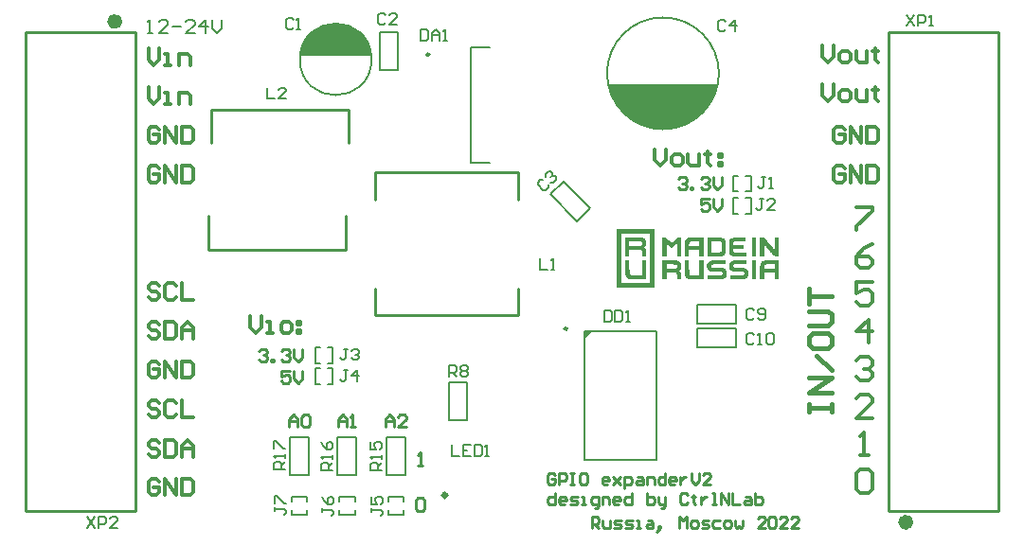
<source format=gto>
G04*
G04 #@! TF.GenerationSoftware,Altium Limited,Altium Designer,21.7.2 (23)*
G04*
G04 Layer_Color=65535*
%FSLAX44Y44*%
%MOMM*%
G71*
G04*
G04 #@! TF.SameCoordinates,E4638E92-537D-4F49-80B5-2F4EAB31F582*
G04*
G04*
G04 #@! TF.FilePolarity,Positive*
G04*
G01*
G75*
%ADD10C,0.2500*%
%ADD11C,0.4500*%
%ADD12C,0.2000*%
%ADD13C,0.8000*%
%ADD14C,0.2540*%
%ADD15C,0.3500*%
%ADD16C,0.3200*%
%ADD17C,0.2200*%
%ADD18C,0.3000*%
%ADD19C,0.4000*%
%ADD20C,0.1800*%
G36*
X804500Y928000D02*
X740500D01*
X742000Y935250D01*
X746000Y943250D01*
X751750Y949500D01*
X757500Y953250D01*
X765000Y956000D01*
X772500Y957000D01*
X779000Y956250D01*
X785750Y954250D01*
X792500Y950000D01*
X797750Y944750D01*
X801500Y938250D01*
X803750Y931750D01*
X804500Y928000D01*
D02*
G37*
G36*
X994500Y681750D02*
X994500Y674550D01*
X1001700Y681750D01*
X994500Y681750D01*
D02*
G37*
G36*
X1016000Y902500D02*
X1114000D01*
X1112500Y896500D01*
X1110000Y890750D01*
X1106500Y884500D01*
X1103000Y880000D01*
X1096750Y873750D01*
X1091000Y869750D01*
X1080750Y864750D01*
X1071500Y862750D01*
X1060500Y862500D01*
X1053250Y863750D01*
X1046750Y865750D01*
X1038750Y869750D01*
X1032250Y874750D01*
X1025500Y881750D01*
X1021000Y889000D01*
X1016500Y899750D01*
X1016000Y902250D01*
Y902500D01*
D02*
G37*
G36*
X1081278Y748773D02*
X1077668D01*
Y754597D01*
Y755463D01*
Y756282D01*
Y756955D01*
Y757581D01*
Y758062D01*
Y758447D01*
Y758640D01*
Y758736D01*
Y759314D01*
Y759747D01*
Y760036D01*
Y760276D01*
X1077620Y760373D01*
Y760421D01*
Y760469D01*
X1077572Y760421D01*
X1077524Y760373D01*
X1077283Y760132D01*
X1077043Y759892D01*
X1076994Y759843D01*
X1076946Y759795D01*
X1076417Y759314D01*
X1075887Y758784D01*
X1075647Y758592D01*
X1075454Y758399D01*
X1075358Y758303D01*
X1075310Y758255D01*
X1074636Y757629D01*
X1074107Y757148D01*
X1073914Y756955D01*
X1073770Y756811D01*
X1073673Y756763D01*
X1073625Y756715D01*
X1073384Y756522D01*
X1073240Y756378D01*
X1072999Y756185D01*
X1072903Y756089D01*
X1072855Y756137D01*
X1072807Y756185D01*
X1072566Y756426D01*
X1072277Y756618D01*
X1072229Y756667D01*
X1072181Y756715D01*
X1071652Y757244D01*
X1071122Y757726D01*
X1070882Y757918D01*
X1070689Y758111D01*
X1070593Y758207D01*
X1070545Y758255D01*
X1068186Y760469D01*
X1068138Y754597D01*
Y748773D01*
X1064528D01*
Y757196D01*
Y765667D01*
X1065683Y765619D01*
X1066164Y765571D01*
X1066501D01*
X1066694Y765523D01*
X1066983D01*
X1067175Y765475D01*
X1067272Y765427D01*
X1067320D01*
X1067801Y765234D01*
X1068186Y764994D01*
X1068475Y764801D01*
X1068523Y764753D01*
X1068571Y764705D01*
X1068860Y764464D01*
X1069293Y764079D01*
X1069774Y763646D01*
X1070304Y763165D01*
X1070785Y762683D01*
X1071170Y762346D01*
X1071459Y762057D01*
X1071507Y762009D01*
X1071555Y761961D01*
X1071892Y761576D01*
X1072181Y761287D01*
X1072374Y761095D01*
X1072470Y761047D01*
X1072711Y760854D01*
X1072855Y760758D01*
X1072903Y760710D01*
X1072951Y760758D01*
X1073047Y760806D01*
X1073240Y760999D01*
X1073481Y761191D01*
X1073529Y761287D01*
X1073577D01*
X1074058Y761769D01*
X1074540Y762202D01*
X1074780Y762394D01*
X1074925Y762539D01*
X1075021Y762635D01*
X1075069Y762683D01*
X1075647Y763261D01*
X1076128Y763694D01*
X1076321Y763886D01*
X1076465Y764031D01*
X1076561Y764079D01*
X1076609Y764127D01*
X1076850Y764368D01*
X1077091Y764560D01*
X1077380Y764801D01*
X1077524Y764897D01*
X1077572Y764945D01*
X1077957Y765186D01*
X1078294Y765331D01*
X1078487Y765427D01*
X1078583D01*
X1079064Y765523D01*
X1079546Y765571D01*
X1079786Y765619D01*
X1080123D01*
X1081278Y765667D01*
Y748773D01*
D02*
G37*
G36*
X1153093Y765619D02*
X1153478D01*
X1153815Y765571D01*
X1154103D01*
X1154344Y765523D01*
X1154489D01*
X1154633Y765475D01*
X1154729D01*
X1155114Y765379D01*
X1155499Y765234D01*
X1155740Y765138D01*
X1155788Y765090D01*
X1155836D01*
X1156077Y764897D01*
X1156366Y764705D01*
X1156847Y764223D01*
X1157088Y763983D01*
X1157280Y763838D01*
X1157377Y763694D01*
X1157425Y763646D01*
X1157617Y763405D01*
X1157858Y763165D01*
X1158436Y762491D01*
X1159061Y761721D01*
X1159735Y760902D01*
X1160313Y760180D01*
X1160602Y759843D01*
X1160794Y759555D01*
X1160986Y759314D01*
X1161131Y759121D01*
X1161227Y759025D01*
X1161275Y758977D01*
X1161805Y758303D01*
X1162286Y757726D01*
X1162719Y757196D01*
X1163104Y756715D01*
X1163393Y756378D01*
X1163586Y756089D01*
X1163730Y755897D01*
X1163778Y755848D01*
X1164115Y755415D01*
X1164404Y755078D01*
X1164596Y754886D01*
X1164741Y754693D01*
X1164837Y754597D01*
X1164885Y754549D01*
Y754597D01*
X1164933Y754741D01*
Y754934D01*
Y755174D01*
Y755415D01*
Y755656D01*
Y755800D01*
Y755848D01*
Y756426D01*
Y757100D01*
Y757774D01*
Y758447D01*
Y759073D01*
Y759603D01*
Y759747D01*
Y759892D01*
Y759988D01*
Y760036D01*
Y765619D01*
X1168543D01*
Y748773D01*
X1167196D01*
X1166714Y748821D01*
X1166281D01*
X1165848Y748917D01*
X1165511Y748965D01*
X1165319Y749062D01*
X1165222D01*
X1164837Y749206D01*
X1164500Y749398D01*
X1164260Y749543D01*
X1164211Y749591D01*
X1164163D01*
X1163778Y749880D01*
X1163441Y750169D01*
X1163249Y750361D01*
X1163152Y750457D01*
X1163056Y750602D01*
X1162864Y750843D01*
X1162623Y751083D01*
X1162382Y751372D01*
X1162142Y751661D01*
X1161949Y751901D01*
X1161805Y752094D01*
X1161757Y752142D01*
X1160842Y753249D01*
X1160409Y753827D01*
X1160024Y754308D01*
X1159639Y754741D01*
X1159350Y755126D01*
X1159157Y755319D01*
X1159109Y755415D01*
X1158580Y756089D01*
X1158099Y756667D01*
X1157665Y757196D01*
X1157280Y757677D01*
X1156992Y758014D01*
X1156751Y758303D01*
X1156606Y758496D01*
X1156558Y758544D01*
X1156221Y758977D01*
X1155933Y759314D01*
X1155740Y759555D01*
X1155596Y759747D01*
X1155547Y759843D01*
X1155499Y759892D01*
X1155451D01*
Y759843D01*
Y759651D01*
Y759410D01*
Y759121D01*
X1155403Y758833D01*
Y758592D01*
Y758399D01*
Y758351D01*
Y757726D01*
Y757052D01*
Y756378D01*
Y755752D01*
Y755223D01*
Y754741D01*
Y754453D01*
Y754404D01*
Y754356D01*
Y748773D01*
X1151793D01*
Y757196D01*
Y765667D01*
X1153093Y765619D01*
D02*
G37*
G36*
X1148327Y748773D02*
X1144573D01*
Y757196D01*
Y765619D01*
X1148327D01*
Y748773D01*
D02*
G37*
G36*
X1138797Y762106D02*
X1133839Y762057D01*
X1130326D01*
X1129941Y762009D01*
X1129074D01*
X1128786Y761961D01*
X1128641Y761913D01*
X1128593D01*
X1128400Y761769D01*
X1128352Y761721D01*
X1128304D01*
X1128208Y761672D01*
X1128160Y761624D01*
X1128064Y761432D01*
X1127967Y761239D01*
X1127919Y761047D01*
X1127871Y760950D01*
X1127823Y760565D01*
X1127775Y760228D01*
Y759940D01*
Y759892D01*
Y759843D01*
Y759073D01*
X1136968D01*
Y755559D01*
X1127775D01*
Y754501D01*
X1127823Y754067D01*
Y753730D01*
Y753586D01*
Y753538D01*
X1127919Y753249D01*
X1128015Y753153D01*
Y753105D01*
X1128112Y752960D01*
X1128208Y752864D01*
X1128256Y752768D01*
X1128449Y752623D01*
X1128497Y752575D01*
X1128545Y752527D01*
X1128930Y752383D01*
X1139375Y752335D01*
Y748773D01*
X1133888Y748821D01*
X1128882D01*
X1128593Y748869D01*
X1128352D01*
X1128112Y748917D01*
X1127967D01*
X1127871Y748965D01*
X1127775D01*
X1127149Y749110D01*
X1126620Y749302D01*
X1126186Y749543D01*
X1125801Y749735D01*
X1125512Y749928D01*
X1125320Y750072D01*
X1125224Y750169D01*
X1125176Y750217D01*
X1124887Y750602D01*
X1124646Y751035D01*
X1124357Y751950D01*
X1124261Y752335D01*
X1124165Y752720D01*
X1124117Y752912D01*
Y753008D01*
Y753105D01*
X1124069Y753297D01*
Y753827D01*
X1124020Y754067D01*
Y754260D01*
Y754404D01*
Y754453D01*
Y755415D01*
Y755897D01*
Y756330D01*
Y756715D01*
Y757003D01*
Y757196D01*
Y757244D01*
Y758255D01*
Y759073D01*
Y759699D01*
X1124069Y760228D01*
Y760613D01*
Y760854D01*
Y760999D01*
Y761047D01*
X1124165Y761721D01*
X1124261Y762250D01*
X1124309Y762442D01*
X1124357Y762587D01*
X1124405Y762683D01*
Y762731D01*
X1124550Y763165D01*
X1124742Y763550D01*
X1124983Y763886D01*
X1125176Y764175D01*
X1125368Y764368D01*
X1125561Y764512D01*
X1125657Y764609D01*
X1125705Y764657D01*
X1126138Y764897D01*
X1126571Y765090D01*
X1127486Y765379D01*
X1127871Y765475D01*
X1128208Y765523D01*
X1128400Y765571D01*
X1130326D01*
X1131577Y765619D01*
X1138797D01*
Y762106D01*
D02*
G37*
G36*
X1113768Y765571D02*
X1116560D01*
X1117330Y765475D01*
X1118004Y765331D01*
X1118581Y765138D01*
X1119063Y764946D01*
X1119400Y764753D01*
X1119640Y764560D01*
X1119785Y764464D01*
X1119833Y764416D01*
X1120170Y764031D01*
X1120459Y763550D01*
X1120651Y763068D01*
X1120844Y762539D01*
X1120940Y762106D01*
X1121036Y761721D01*
X1121084Y761480D01*
Y761432D01*
Y761384D01*
Y761239D01*
Y761047D01*
Y760758D01*
X1121132Y760469D01*
Y759795D01*
Y759073D01*
Y758351D01*
Y757774D01*
Y757533D01*
Y757340D01*
Y757244D01*
Y757196D01*
Y756570D01*
Y755993D01*
Y755511D01*
Y755030D01*
Y754645D01*
Y754308D01*
Y754019D01*
Y753779D01*
X1121084Y753442D01*
Y753201D01*
Y753105D01*
Y753057D01*
X1120988Y752431D01*
X1120844Y751901D01*
X1120651Y751420D01*
X1120507Y751083D01*
X1120314Y750746D01*
X1120218Y750554D01*
X1120122Y750409D01*
X1120073Y750361D01*
X1119785Y750024D01*
X1119448Y749784D01*
X1118726Y749350D01*
X1118389Y749254D01*
X1118148Y749158D01*
X1117956Y749062D01*
X1117907D01*
X1117571Y749013D01*
X1117234Y748965D01*
X1116512Y748869D01*
X1116175D01*
X1115934Y748821D01*
X1115068D01*
X1114249Y748773D01*
X1104815D01*
Y757196D01*
Y765619D01*
X1113287D01*
X1113768Y765571D01*
D02*
G37*
G36*
X1101398Y748773D02*
X1097595D01*
Y754404D01*
X1088402Y754404D01*
Y748773D01*
X1084648D01*
Y754741D01*
Y755752D01*
Y756618D01*
Y757437D01*
Y758062D01*
Y758592D01*
Y758977D01*
Y759218D01*
Y759314D01*
Y759940D01*
X1084696Y760373D01*
Y760758D01*
Y760999D01*
Y761191D01*
Y761336D01*
Y761384D01*
X1084840Y762106D01*
X1084985Y762731D01*
X1085177Y763261D01*
X1085418Y763694D01*
X1085610Y763983D01*
X1085803Y764223D01*
X1085899Y764368D01*
X1085947Y764416D01*
X1086380Y764753D01*
X1086862Y764994D01*
X1087391Y765186D01*
X1087921Y765379D01*
X1088402Y765475D01*
X1088787Y765523D01*
X1089028Y765571D01*
X1091242D01*
X1092734Y765619D01*
X1101398Y765619D01*
Y748773D01*
D02*
G37*
G36*
Y728268D02*
X1090760Y728268D01*
X1090279Y728316D01*
X1089220D01*
X1088546Y728412D01*
X1087921Y728557D01*
X1087391Y728701D01*
X1086958Y728894D01*
X1086621Y729038D01*
X1086380Y729135D01*
X1086236Y729231D01*
X1086188Y729279D01*
X1085851Y729616D01*
X1085562Y730001D01*
X1085322Y730386D01*
X1085129Y730771D01*
X1084985Y731108D01*
X1084888Y731397D01*
X1084840Y731637D01*
Y731685D01*
X1084792Y732119D01*
X1084744Y732600D01*
X1084696Y732793D01*
Y732985D01*
Y733081D01*
Y733130D01*
Y733370D01*
Y733659D01*
Y733996D01*
Y734429D01*
Y735344D01*
Y736306D01*
X1084648Y737221D01*
Y737606D01*
Y737991D01*
Y738280D01*
Y738520D01*
Y738665D01*
Y738713D01*
Y745115D01*
X1088402D01*
Y739194D01*
Y738280D01*
Y737510D01*
X1088450Y736788D01*
Y736162D01*
Y735632D01*
Y735151D01*
Y734766D01*
Y734429D01*
X1088498Y734140D01*
Y733900D01*
Y733755D01*
Y733611D01*
Y733466D01*
Y733418D01*
X1088595Y732937D01*
X1088739Y732552D01*
X1088931Y732359D01*
X1088980Y732263D01*
X1089268Y732071D01*
X1089605Y731974D01*
X1089798Y731878D01*
X1090231D01*
X1090712Y731830D01*
X1093697D01*
X1097595Y731782D01*
Y745115D01*
X1101398D01*
Y728268D01*
D02*
G37*
G36*
X1168543D02*
X1164789D01*
Y733900D01*
X1155547D01*
Y728268D01*
X1151793D01*
Y733996D01*
Y734911D01*
Y735777D01*
Y736547D01*
Y737173D01*
Y737654D01*
Y738039D01*
Y738280D01*
Y738376D01*
Y739002D01*
X1151841Y739483D01*
Y739820D01*
Y740109D01*
Y740301D01*
Y740398D01*
Y740494D01*
X1151986Y741312D01*
X1152178Y741986D01*
X1152371Y742564D01*
X1152611Y743045D01*
X1152804Y743382D01*
X1152996Y743623D01*
X1153093Y743767D01*
X1153141Y743815D01*
X1153574Y744152D01*
X1154055Y744441D01*
X1154585Y744633D01*
X1155114Y744778D01*
X1155596Y744922D01*
X1156029Y744970D01*
X1156270Y745018D01*
X1156558D01*
X1156847Y745067D01*
X1160794D01*
X1161468Y745115D01*
X1168543D01*
Y728268D01*
D02*
G37*
G36*
X1148327D02*
X1144573D01*
Y736691D01*
Y745115D01*
X1148327D01*
Y728268D01*
D02*
G37*
G36*
X1139423Y741553D02*
X1128834Y741505D01*
X1128497Y741360D01*
X1128304Y741264D01*
X1128256Y741216D01*
X1128208Y741168D01*
X1128064Y741071D01*
X1128015Y741023D01*
X1127871Y740686D01*
X1127775Y740398D01*
X1127727Y740157D01*
Y740109D01*
Y740061D01*
X1127775Y739724D01*
X1127871Y739483D01*
X1127919Y739291D01*
X1127967Y739242D01*
X1128112Y739098D01*
X1128208Y739050D01*
Y739002D01*
X1128400Y738857D01*
X1128497Y738809D01*
X1128834Y738617D01*
X1133021Y738569D01*
X1136005D01*
X1136342Y738520D01*
X1137161D01*
X1137498Y738472D01*
X1137738Y738424D01*
X1137786D01*
X1138316Y738232D01*
X1138749Y738039D01*
X1139134Y737847D01*
X1139471Y737654D01*
X1139760Y737461D01*
X1139952Y737317D01*
X1140049Y737221D01*
X1140097Y737173D01*
X1140386Y736836D01*
X1140674Y736499D01*
X1141011Y735825D01*
X1141156Y735488D01*
X1141252Y735295D01*
X1141300Y735103D01*
Y735055D01*
X1141348Y734862D01*
X1141396Y734622D01*
X1141444Y734044D01*
Y733803D01*
Y733611D01*
Y733466D01*
Y733418D01*
Y733033D01*
Y732696D01*
X1141396Y732408D01*
Y732215D01*
X1141348Y732022D01*
Y731926D01*
X1141300Y731878D01*
Y731830D01*
X1141011Y731060D01*
X1140867Y730723D01*
X1140674Y730434D01*
X1140530Y730242D01*
X1140386Y730049D01*
X1140338Y729953D01*
X1140289Y729905D01*
X1139760Y729375D01*
X1139182Y729038D01*
X1138942Y728894D01*
X1138797Y728798D01*
X1138653Y728701D01*
X1138605D01*
X1137979Y728509D01*
X1137401Y728412D01*
X1137209D01*
X1137016Y728364D01*
X1136391D01*
X1136054Y728316D01*
X1133743D01*
X1132829Y728268D01*
X1125272D01*
Y731782D01*
X1130855Y731830D01*
X1135669D01*
X1136005Y731878D01*
X1136439D01*
X1136535Y731926D01*
X1136679D01*
X1136872Y732022D01*
X1137016Y732167D01*
X1137161Y732263D01*
X1137209Y732311D01*
X1137401Y732552D01*
X1137546Y732745D01*
X1137642Y732889D01*
Y732937D01*
X1137690Y733370D01*
X1137642Y733755D01*
X1137594Y733996D01*
X1137546Y734092D01*
X1137353Y734477D01*
X1137113Y734718D01*
X1136920Y734814D01*
X1136872Y734862D01*
X1136824D01*
X1136728Y734911D01*
X1136583D01*
X1136294Y734959D01*
X1135572D01*
X1135043Y735007D01*
X1133839D01*
X1133262Y735055D01*
X1129845D01*
X1129363Y735103D01*
X1128641D01*
X1128208Y735151D01*
X1127823Y735199D01*
X1127630Y735247D01*
X1127534D01*
X1127053Y735392D01*
X1126668Y735584D01*
X1126283Y735777D01*
X1125946Y735969D01*
X1125705Y736114D01*
X1125512Y736258D01*
X1125416Y736355D01*
X1125368Y736403D01*
X1124790Y737125D01*
X1124405Y737798D01*
X1124309Y738087D01*
X1124213Y738328D01*
X1124117Y738472D01*
Y738520D01*
X1124069Y738713D01*
X1124020Y738954D01*
X1123972Y739483D01*
Y739724D01*
Y739868D01*
Y740013D01*
Y740061D01*
Y740446D01*
X1124020Y740783D01*
Y741023D01*
X1124069Y741264D01*
Y741408D01*
X1124117Y741505D01*
Y741601D01*
X1124309Y742130D01*
X1124550Y742612D01*
X1124790Y742997D01*
X1125031Y743334D01*
X1125272Y743623D01*
X1125416Y743815D01*
X1125561Y743911D01*
X1125609Y743960D01*
X1126042Y744248D01*
X1126475Y744489D01*
X1126908Y744681D01*
X1127342Y744826D01*
X1127727Y744922D01*
X1128015Y744970D01*
X1128256Y745018D01*
X1128449D01*
X1128689Y745067D01*
X1132155D01*
X1132781Y745115D01*
X1139423D01*
Y741553D01*
D02*
G37*
G36*
X1120747D02*
X1110832D01*
X1110543Y741505D01*
X1109821D01*
X1109532Y741457D01*
X1109292D01*
X1108907Y741360D01*
X1108666Y741264D01*
X1108618Y741216D01*
X1108473Y741071D01*
X1108329Y740927D01*
X1108281Y740783D01*
X1108233Y740735D01*
X1108137Y740494D01*
X1108088Y740301D01*
Y740157D01*
Y740109D01*
X1108137Y739676D01*
X1108233Y739387D01*
X1108329Y739194D01*
X1108377Y739146D01*
X1108618Y738954D01*
X1108907Y738761D01*
X1109099Y738713D01*
X1109195Y738665D01*
X1109292D01*
X1109484Y738617D01*
X1115597D01*
X1115934Y738569D01*
X1117667D01*
X1117811Y738520D01*
X1117956D01*
X1118341Y738472D01*
X1118678Y738376D01*
X1118966Y738280D01*
X1119015Y738232D01*
X1119063D01*
X1119496Y738087D01*
X1119833Y737943D01*
X1120073Y737847D01*
X1120122Y737798D01*
X1120603Y737413D01*
X1120988Y737076D01*
X1121229Y736788D01*
X1121325Y736691D01*
Y736643D01*
X1121662Y736114D01*
X1121902Y735584D01*
X1121999Y735392D01*
X1122047Y735199D01*
X1122095Y735103D01*
Y735055D01*
X1122191Y734574D01*
X1122240Y734044D01*
Y733803D01*
Y733611D01*
Y733466D01*
Y733418D01*
Y732696D01*
X1122191Y732456D01*
Y732215D01*
X1122143Y732022D01*
Y731878D01*
X1122095Y731830D01*
Y731782D01*
X1121902Y731252D01*
X1121710Y730771D01*
X1121469Y730338D01*
X1121229Y730001D01*
X1120988Y729712D01*
X1120796Y729520D01*
X1120651Y729423D01*
X1120603Y729375D01*
X1120170Y729086D01*
X1119688Y728846D01*
X1119207Y728701D01*
X1118774Y728557D01*
X1118389Y728461D01*
X1118052Y728364D01*
X1117859Y728316D01*
X1116608D01*
X1116271Y728268D01*
X1105248D01*
Y731830D01*
X1115308D01*
X1115645Y731878D01*
X1116656D01*
X1117234Y731974D01*
X1117619Y732071D01*
X1117859Y732167D01*
X1117956Y732215D01*
X1118148Y732408D01*
X1118244Y732600D01*
X1118437Y732985D01*
Y733178D01*
X1118485Y733322D01*
Y733418D01*
Y733466D01*
X1118389Y733996D01*
X1118244Y734381D01*
X1118100Y734622D01*
X1118004Y734670D01*
X1117667Y734814D01*
X1117378Y734911D01*
X1117089Y734959D01*
X1116656D01*
X1116415Y735007D01*
X1114731D01*
X1114057Y735055D01*
X1109532D01*
X1109292Y735103D01*
X1108425D01*
X1107848Y735247D01*
X1107318Y735440D01*
X1107126Y735536D01*
X1106933Y735584D01*
X1106837Y735681D01*
X1106789D01*
X1106356Y735921D01*
X1105922Y736258D01*
X1105634Y736547D01*
X1105345Y736836D01*
X1105152Y737125D01*
X1104960Y737365D01*
X1104912Y737510D01*
X1104863Y737558D01*
X1104671Y738039D01*
X1104527Y738569D01*
X1104430Y739050D01*
X1104382Y739483D01*
X1104334Y739916D01*
Y740205D01*
Y740398D01*
Y740494D01*
X1104382Y740927D01*
X1104430Y741264D01*
X1104478Y741505D01*
Y741601D01*
X1104575Y741986D01*
X1104719Y742275D01*
X1104863Y742515D01*
X1104912Y742612D01*
X1105345Y743286D01*
X1105826Y743815D01*
X1106019Y744008D01*
X1106211Y744152D01*
X1106307Y744200D01*
X1106356Y744248D01*
X1107126Y744633D01*
X1107896Y744874D01*
X1108185Y744922D01*
X1108425Y744970D01*
X1108618Y745018D01*
X1108810D01*
X1109051Y745067D01*
X1112805D01*
X1113479Y745115D01*
X1120747D01*
Y741553D01*
D02*
G37*
G36*
X1074973Y745067D02*
X1076417D01*
X1076657Y745018D01*
X1077091D01*
X1077909Y744874D01*
X1078294Y744778D01*
X1078583Y744681D01*
X1078872Y744585D01*
X1079064Y744537D01*
X1079160Y744441D01*
X1079209D01*
X1079786Y744104D01*
X1080171Y743719D01*
X1080460Y743430D01*
X1080556Y743334D01*
Y743286D01*
X1080941Y742708D01*
X1081182Y742178D01*
X1081230Y741938D01*
X1081278Y741745D01*
X1081326Y741649D01*
Y741601D01*
X1081375Y741168D01*
X1081423Y740686D01*
Y740494D01*
Y740301D01*
Y740205D01*
Y740157D01*
Y739531D01*
X1081375Y739050D01*
X1081326Y738761D01*
Y738713D01*
Y738665D01*
X1081134Y738039D01*
X1080941Y737558D01*
X1080797Y737365D01*
X1080749Y737221D01*
X1080653Y737125D01*
Y737076D01*
X1080267Y736595D01*
X1079882Y736306D01*
X1079594Y736114D01*
X1079546Y736066D01*
X1079497D01*
X1079305Y735969D01*
X1079257Y735921D01*
X1079160Y735873D01*
Y735825D01*
X1079209D01*
X1079257Y735777D01*
X1079401Y735729D01*
X1079497Y735681D01*
X1079882Y735488D01*
X1080219Y735247D01*
X1080412Y735055D01*
X1080508Y735007D01*
Y734959D01*
X1080797Y734574D01*
X1080990Y734188D01*
X1081086Y733900D01*
X1081134Y733851D01*
Y733803D01*
X1081182Y733563D01*
X1081230Y733274D01*
Y733033D01*
Y732985D01*
Y732937D01*
Y732696D01*
X1081278Y732408D01*
Y731685D01*
Y731349D01*
Y731060D01*
Y730867D01*
Y730819D01*
X1081326Y728268D01*
X1077572D01*
X1077524Y730434D01*
Y730867D01*
Y731252D01*
Y731589D01*
Y731830D01*
X1077476Y732022D01*
Y732167D01*
Y732263D01*
X1077428Y732600D01*
Y732841D01*
X1077380Y732937D01*
Y732985D01*
X1077235Y733322D01*
X1077091Y733563D01*
X1076946Y733707D01*
X1076898Y733755D01*
X1076657Y733900D01*
X1076369Y733996D01*
X1076128Y734092D01*
X1075887D01*
X1075743Y734140D01*
X1074299D01*
X1073866Y734188D01*
X1068282D01*
Y728268D01*
X1064528D01*
Y736691D01*
Y745115D01*
X1074443D01*
X1074973Y745067D01*
D02*
G37*
G36*
X1057212Y721000D02*
X1024000D01*
Y746944D01*
Y772935D01*
X1057212D01*
Y721000D01*
D02*
G37*
%LPC*%
G36*
X1108570Y762106D02*
Y752335D01*
X1113287D01*
X1113720Y752383D01*
X1115212D01*
X1115549Y752431D01*
X1115886D01*
X1116271Y752527D01*
X1116608Y752623D01*
X1116800Y752768D01*
X1116897Y752816D01*
X1117089Y753153D01*
X1117234Y753442D01*
X1117282Y753682D01*
Y753779D01*
Y753923D01*
Y754116D01*
X1117330Y754549D01*
Y755126D01*
Y755704D01*
Y756282D01*
Y756763D01*
Y756955D01*
Y757052D01*
Y757148D01*
Y757196D01*
Y758014D01*
Y758640D01*
Y759169D01*
Y759555D01*
Y759843D01*
Y759988D01*
Y760084D01*
Y760132D01*
Y760517D01*
X1117282Y760758D01*
X1117234Y760902D01*
Y760950D01*
X1117137Y761191D01*
X1116993Y761384D01*
X1116897Y761480D01*
X1116849Y761528D01*
X1116656Y761721D01*
X1116512Y761817D01*
X1116367Y761913D01*
X1116319D01*
X1116078Y761961D01*
X1115790Y762009D01*
X1115116D01*
X1114634Y762057D01*
X1112276D01*
X1108570Y762106D01*
D02*
G37*
G36*
X1097595Y762057D02*
X1092012Y762057D01*
X1091675Y762009D01*
X1089846D01*
X1089605Y761961D01*
X1089413Y761865D01*
X1089268Y761817D01*
X1089220Y761769D01*
X1089028Y761672D01*
X1088835Y761576D01*
X1088787Y761528D01*
X1088739Y761480D01*
X1088643Y761239D01*
X1088546Y760999D01*
X1088498Y760854D01*
Y760806D01*
Y760662D01*
X1088450Y760421D01*
Y759940D01*
X1088402Y759747D01*
Y759555D01*
Y759410D01*
Y759362D01*
Y757966D01*
X1097595Y757966D01*
Y760036D01*
Y762057D01*
D02*
G37*
G36*
X1164789Y741553D02*
X1159254D01*
X1158965Y741505D01*
X1157425D01*
X1157280Y741457D01*
X1157184D01*
X1156895Y741408D01*
X1156655Y741312D01*
X1156462Y741264D01*
X1156414Y741216D01*
X1156221Y741120D01*
X1156029Y740975D01*
X1155981Y740879D01*
X1155933Y740831D01*
X1155788Y740590D01*
X1155692Y740350D01*
X1155644Y740205D01*
Y740109D01*
Y739916D01*
X1155596Y739724D01*
Y739291D01*
Y739050D01*
Y738857D01*
Y738761D01*
Y738713D01*
Y737413D01*
X1164789D01*
Y739483D01*
Y741553D01*
D02*
G37*
G36*
X1068282Y741553D02*
Y737702D01*
X1075743D01*
X1075936Y737750D01*
X1076272Y737798D01*
X1076417Y737847D01*
X1076465D01*
X1076706Y737943D01*
X1076946Y738087D01*
X1077091Y738184D01*
X1077139Y738232D01*
X1077331Y738472D01*
X1077476Y738665D01*
X1077572Y738809D01*
Y738857D01*
X1077620Y739098D01*
X1077668Y739387D01*
Y739579D01*
Y739628D01*
Y739964D01*
X1077620Y740205D01*
X1077572Y740398D01*
Y740446D01*
X1077476Y740638D01*
X1077331Y740783D01*
X1077187Y740927D01*
X1077139Y740975D01*
X1076946Y741168D01*
X1076754Y741312D01*
X1076609Y741408D01*
X1076465D01*
X1076321Y741457D01*
X1075165D01*
X1074684Y741505D01*
X1072326D01*
X1068282Y741553D01*
D02*
G37*
G36*
X1040606Y769325D02*
X1032520D01*
X1031942Y769277D01*
X1027947D01*
X1027754Y769229D01*
X1027610D01*
Y769133D01*
Y768941D01*
Y768652D01*
Y768363D01*
Y768026D01*
Y767737D01*
Y767545D01*
Y767448D01*
Y766726D01*
Y765956D01*
Y765138D01*
Y764368D01*
X1027562Y763694D01*
Y763116D01*
Y762924D01*
Y762779D01*
Y762683D01*
Y762635D01*
Y761480D01*
Y760228D01*
Y759073D01*
Y757918D01*
Y757437D01*
Y756955D01*
Y756570D01*
Y756185D01*
Y755896D01*
Y755704D01*
Y755559D01*
Y755511D01*
Y753971D01*
Y752479D01*
Y750987D01*
Y749687D01*
Y749110D01*
Y748580D01*
Y748099D01*
Y747666D01*
Y747329D01*
Y747088D01*
Y746944D01*
Y746896D01*
X1027610Y724610D01*
X1053554D01*
Y746944D01*
Y769277D01*
X1040606Y769325D01*
D02*
G37*
%LPD*%
G36*
X1042050Y765571D02*
X1045949D01*
X1046189Y765523D01*
X1046382D01*
X1046526Y765475D01*
X1046622D01*
X1046719Y765427D01*
X1047200Y765282D01*
X1047585Y765090D01*
X1047970Y764897D01*
X1048259Y764705D01*
X1048500Y764560D01*
X1048692Y764416D01*
X1048789Y764320D01*
X1048837Y764272D01*
X1049366Y763646D01*
X1049703Y763020D01*
X1049847Y762731D01*
X1049944Y762491D01*
X1049992Y762346D01*
Y762298D01*
X1050040Y762057D01*
X1050088Y761817D01*
X1050136Y761239D01*
Y760999D01*
Y760806D01*
Y760662D01*
Y760613D01*
Y760228D01*
Y759940D01*
X1050088Y759651D01*
Y759458D01*
X1050040Y759266D01*
Y759169D01*
X1049992Y759073D01*
X1049799Y758496D01*
X1049559Y758014D01*
X1049414Y757822D01*
X1049366Y757677D01*
X1049270Y757629D01*
Y757581D01*
X1048933Y757148D01*
X1048596Y756859D01*
X1048355Y756667D01*
X1048307Y756618D01*
X1048259D01*
X1048018Y756474D01*
X1047970Y756426D01*
X1047922D01*
X1047826Y756378D01*
X1047874D01*
X1047922Y756330D01*
X1048115Y756282D01*
X1048163Y756233D01*
X1048211D01*
X1048452Y756089D01*
X1048692Y755896D01*
X1048885Y755752D01*
X1048933Y755704D01*
X1049174Y755463D01*
X1049366Y755223D01*
X1049462Y755078D01*
X1049510Y755030D01*
X1049703Y754645D01*
X1049799Y754260D01*
X1049847Y753971D01*
Y753923D01*
Y753875D01*
Y753586D01*
X1049896Y753249D01*
Y752816D01*
Y752383D01*
Y751949D01*
Y751613D01*
Y751372D01*
Y751276D01*
Y748773D01*
X1046141D01*
Y751083D01*
Y751613D01*
Y752046D01*
Y752431D01*
Y752672D01*
X1046093Y752864D01*
Y752960D01*
Y753057D01*
Y753345D01*
X1046045Y753538D01*
X1045997Y753634D01*
Y753682D01*
X1045852Y753923D01*
X1045708Y754116D01*
X1045612Y754212D01*
X1045564Y754260D01*
X1045371Y754404D01*
X1045179Y754501D01*
X1045082Y754597D01*
X1043301D01*
X1042724Y754645D01*
X1041424D01*
X1040847Y754693D01*
X1035023D01*
Y748773D01*
X1031172D01*
Y757196D01*
Y765619D01*
X1041376D01*
X1042050Y765571D01*
D02*
G37*
G36*
X1049896Y728268D02*
X1038007D01*
X1037525Y728316D01*
X1036467D01*
X1035744Y728412D01*
X1035167Y728557D01*
X1034589Y728701D01*
X1034156Y728894D01*
X1033819Y729038D01*
X1033530Y729135D01*
X1033386Y729231D01*
X1033338Y729279D01*
X1032953Y729616D01*
X1032616Y729953D01*
X1032327Y730338D01*
X1032086Y730675D01*
X1031894Y731012D01*
X1031798Y731252D01*
X1031749Y731445D01*
X1031701Y731493D01*
X1031509Y732215D01*
X1031364Y732841D01*
X1031316Y733081D01*
X1031268Y733274D01*
Y733418D01*
Y733466D01*
Y733707D01*
Y734044D01*
Y734381D01*
X1031220Y734814D01*
Y735777D01*
Y736788D01*
Y737750D01*
Y738135D01*
Y738520D01*
Y738857D01*
Y739098D01*
Y739242D01*
Y739290D01*
X1031172Y745115D01*
X1035023D01*
Y739435D01*
Y738569D01*
Y737750D01*
X1035071Y737076D01*
Y736451D01*
Y735921D01*
Y735440D01*
Y735055D01*
Y734718D01*
X1035119Y734477D01*
Y734237D01*
Y733948D01*
Y733803D01*
Y733755D01*
X1035263Y733274D01*
X1035456Y732889D01*
X1035648Y732600D01*
X1035744Y732552D01*
Y732504D01*
X1036178Y732167D01*
X1036563Y731974D01*
X1036852Y731926D01*
X1036900Y731878D01*
X1037622D01*
X1037959Y731830D01*
X1041569D01*
X1046141Y731782D01*
Y745115D01*
X1049896D01*
Y728268D01*
D02*
G37*
%LPC*%
G36*
X1035023Y762106D02*
Y758255D01*
X1044986Y758303D01*
X1045419Y758447D01*
X1045660Y758640D01*
X1045804Y758784D01*
X1045900Y758881D01*
X1045949Y758929D01*
X1046093Y759121D01*
X1046237Y759362D01*
X1046286Y759555D01*
X1046334Y759651D01*
X1046382Y759940D01*
Y759988D01*
Y760036D01*
Y760180D01*
Y760373D01*
X1046334Y760517D01*
Y760565D01*
X1046286Y760902D01*
X1046189Y761143D01*
X1046093Y761287D01*
X1046045Y761336D01*
X1045852Y761528D01*
X1045660Y761672D01*
X1045467Y761769D01*
X1045419Y761817D01*
X1044986Y762057D01*
X1035023Y762106D01*
D02*
G37*
%LPD*%
D10*
X979500Y684250D02*
G03*
X979512Y684079I-1238J-171D01*
G01*
X856250Y929400D02*
G03*
X856250Y929400I-1250J0D01*
G01*
X658750Y755000D02*
Y785000D01*
Y755000D02*
X781250D01*
Y785000D01*
X783750Y850000D02*
Y880000D01*
X661250D02*
X783750D01*
X661250Y850000D02*
Y880000D01*
X1283000Y521000D02*
X1364500D01*
X1364500D02*
Y770000D01*
X1364500Y949000D02*
X1364500Y770000D01*
X1266250Y949000D02*
X1283000D01*
X1364500D01*
X1266250Y521000D02*
X1283000D01*
X495500Y949000D02*
X577000D01*
X495500Y700000D02*
Y949000D01*
Y700000D02*
X495500Y521000D01*
X577000D02*
X593750D01*
X495500D02*
X577000D01*
Y949000D02*
X593750D01*
X704013Y663859D02*
X705845Y665692D01*
X709511D01*
X711343Y663859D01*
Y662027D01*
X709511Y660194D01*
X707678D01*
X709511D01*
X711343Y658361D01*
Y656528D01*
X709511Y654696D01*
X705845D01*
X704013Y656528D01*
X715009Y654696D02*
Y656528D01*
X716842D01*
Y654696D01*
X715009D01*
X724173Y663859D02*
X726005Y665692D01*
X729671D01*
X731504Y663859D01*
Y662027D01*
X729671Y660194D01*
X727838D01*
X729671D01*
X731504Y658361D01*
Y656528D01*
X729671Y654696D01*
X726005D01*
X724173Y656528D01*
X735169Y665692D02*
Y658361D01*
X738835Y654696D01*
X742500Y658361D01*
Y665692D01*
X731504Y646496D02*
X724173D01*
Y640998D01*
X727838Y642831D01*
X729671D01*
X731504Y640998D01*
Y637333D01*
X729671Y635500D01*
X726005D01*
X724173Y637333D01*
X735169Y646496D02*
Y639165D01*
X738835Y635500D01*
X742500Y639165D01*
Y646496D01*
X846001Y561291D02*
X849999D01*
X848000D01*
Y573287D01*
X846001Y571287D01*
X844001Y530497D02*
X846001Y532496D01*
X849999D01*
X851999Y530497D01*
Y522499D01*
X849999Y520500D01*
X846001D01*
X844001Y522499D01*
Y530497D01*
X1078763Y817859D02*
X1080595Y819692D01*
X1084261D01*
X1086093Y817859D01*
Y816027D01*
X1084261Y814194D01*
X1082428D01*
X1084261D01*
X1086093Y812361D01*
Y810528D01*
X1084261Y808696D01*
X1080595D01*
X1078763Y810528D01*
X1089759Y808696D02*
Y810528D01*
X1091592D01*
Y808696D01*
X1089759D01*
X1098923Y817859D02*
X1100755Y819692D01*
X1104421D01*
X1106254Y817859D01*
Y816027D01*
X1104421Y814194D01*
X1102588D01*
X1104421D01*
X1106254Y812361D01*
Y810528D01*
X1104421Y808696D01*
X1100755D01*
X1098923Y810528D01*
X1109919Y819692D02*
Y812361D01*
X1113585Y808696D01*
X1117250Y812361D01*
Y819692D01*
X1106254Y800496D02*
X1098923D01*
Y794998D01*
X1102588Y796831D01*
X1104421D01*
X1106254Y794998D01*
Y791333D01*
X1104421Y789500D01*
X1100755D01*
X1098923Y791333D01*
X1109919Y800496D02*
Y793165D01*
X1113585Y789500D01*
X1117250Y793165D01*
Y800496D01*
X731005Y595959D02*
Y603290D01*
X734670Y606956D01*
X738336Y603290D01*
Y595959D01*
Y601458D01*
X731005D01*
X742001Y605123D02*
X743834Y606956D01*
X747500D01*
X749332Y605123D01*
Y597792D01*
X747500Y595959D01*
X743834D01*
X742001Y597792D01*
Y605123D01*
X774991Y595959D02*
Y603290D01*
X778656Y606956D01*
X782322Y603290D01*
Y595959D01*
Y601458D01*
X774991D01*
X785987Y595959D02*
X789653D01*
X787820D01*
Y606956D01*
X785987Y605123D01*
X817144Y595959D02*
Y603290D01*
X820809Y606956D01*
X824475Y603290D01*
Y595959D01*
Y601458D01*
X817144D01*
X835471Y595959D02*
X828140D01*
X835471Y603290D01*
Y605123D01*
X833639Y606956D01*
X829973D01*
X828140Y605123D01*
D11*
X871500Y535000D02*
G03*
X871500Y535000I-1500J0D01*
G01*
D12*
X1115000Y912500D02*
G03*
X1115000Y912500I-50000J0D01*
G01*
X804500Y925000D02*
G03*
X804500Y925000I-32000J0D01*
G01*
X1130000Y667708D02*
Y684208D01*
X1096000Y667708D02*
Y684208D01*
Y667708D02*
X1130000D01*
X1096000Y684208D02*
X1130000D01*
X1130000Y688750D02*
Y705250D01*
X1096000Y688750D02*
Y705250D01*
Y688750D02*
X1130000D01*
X1096000Y705250D02*
X1130000D01*
X731883Y553000D02*
Y587000D01*
X748383Y553000D02*
Y587000D01*
X731883Y553000D02*
X748383D01*
X731883Y587000D02*
X748383D01*
X747133Y529000D02*
Y533500D01*
Y517500D02*
Y522000D01*
X733133Y517500D02*
Y522000D01*
Y529000D02*
Y533500D01*
X747133D01*
X733133Y517500D02*
X747133D01*
X994500Y566750D02*
X1059500D01*
X994500Y681750D02*
X1059500D01*
Y566750D02*
Y681750D01*
X994500Y566750D02*
Y681750D01*
X1143500Y787000D02*
Y801000D01*
X1127500Y787000D02*
Y801000D01*
Y787000D02*
X1132000D01*
X1139000D02*
X1143500D01*
X1139000Y801000D02*
X1143500D01*
X1127500D02*
X1132000D01*
X1143500Y807000D02*
Y821000D01*
X1127500Y807000D02*
Y821000D01*
Y807000D02*
X1132000D01*
X1139000D02*
X1143500D01*
X1139000Y821000D02*
X1143500D01*
X1127500D02*
X1132000D01*
X770000Y653162D02*
Y667162D01*
X754000Y653162D02*
Y667162D01*
Y653162D02*
X758500D01*
X765500D02*
X770000D01*
X765500Y667162D02*
X770000D01*
X754000D02*
X758500D01*
X770000Y634619D02*
Y648620D01*
X754000Y634619D02*
Y648620D01*
Y634619D02*
X758500D01*
X765500D02*
X770000D01*
X765500Y648620D02*
X770000D01*
X754000D02*
X758500D01*
X818250Y587000D02*
X834750D01*
X818250Y553000D02*
X834750D01*
Y587000D01*
X818250Y553000D02*
Y587000D01*
X774284Y587000D02*
X790784D01*
X774284Y553000D02*
X790784D01*
Y587000D01*
X774284Y553000D02*
Y587000D01*
X775534Y517500D02*
X789534D01*
X775534Y533500D02*
X789534D01*
X775534Y529000D02*
Y533500D01*
Y517500D02*
Y522000D01*
X789534Y517500D02*
Y522000D01*
Y529000D02*
Y533500D01*
X819500Y517500D02*
X833500D01*
X819500Y533500D02*
X833500D01*
X819500Y529000D02*
Y533500D01*
Y517500D02*
Y522000D01*
X833500Y517500D02*
Y522000D01*
Y529000D02*
Y533500D01*
X964146Y804187D02*
X988187Y780146D01*
X975813Y815854D02*
X999854Y791813D01*
X988187Y780146D02*
X999854Y791813D01*
X964146Y804187D02*
X975813Y815854D01*
X893000Y936200D02*
X910000D01*
X893000Y832200D02*
Y936200D01*
Y832200D02*
X910000D01*
X811750Y915500D02*
Y949500D01*
X828250Y915500D02*
Y949500D01*
X811750Y915500D02*
X828250D01*
X811750Y949500D02*
X828250D01*
X873750Y636000D02*
X890250D01*
X873750Y602000D02*
X890250D01*
Y636000D01*
X873750Y602000D02*
Y636000D01*
X604500Y948500D02*
X608499D01*
X606499D01*
Y960496D01*
X604500Y958497D01*
X622494Y948500D02*
X614497D01*
X622494Y956497D01*
Y958497D01*
X620495Y960496D01*
X616496D01*
X614497Y958497D01*
X626493Y954498D02*
X634490D01*
X646486Y948500D02*
X638489D01*
X646486Y956497D01*
Y958497D01*
X644487Y960496D01*
X640488D01*
X638489Y958497D01*
X656483Y948500D02*
Y960496D01*
X650485Y954498D01*
X658483D01*
X662481Y960496D02*
Y952499D01*
X666480Y948500D01*
X670479Y952499D01*
Y960496D01*
D13*
X1285000Y511000D02*
G03*
X1285000Y511000I-3000J0D01*
G01*
X578000Y959000D02*
G03*
X578000Y959000I-3000J0D01*
G01*
D14*
X807500Y823887D02*
X935500D01*
X807500Y695888D02*
X935500D01*
X807500D02*
Y719887D01*
X935500Y695888D02*
Y719887D01*
X807500Y799887D02*
Y823887D01*
X935500Y799887D02*
Y823887D01*
X1266250Y521000D02*
Y949000D01*
X593750Y521000D02*
Y949000D01*
D15*
X1238002Y793068D02*
X1251998D01*
Y789569D01*
X1238002Y775574D01*
Y772075D01*
X1251998Y759476D02*
X1245000Y755977D01*
X1238002Y748979D01*
Y741982D01*
X1241501Y738483D01*
X1248499D01*
X1251998Y741982D01*
Y745481D01*
X1248499Y748979D01*
X1238002D01*
X1251998Y725884D02*
X1238002D01*
Y715388D01*
X1245000Y718887D01*
X1248499D01*
X1251998Y715388D01*
Y708390D01*
X1248499Y704891D01*
X1241501D01*
X1238002Y708390D01*
X1248499Y671299D02*
Y692292D01*
X1238002Y681796D01*
X1251998D01*
X1238002Y655202D02*
X1241501Y658701D01*
X1248499D01*
X1251998Y655202D01*
Y651703D01*
X1248499Y648204D01*
X1245000D01*
X1248499D01*
X1251998Y644705D01*
Y641206D01*
X1248499Y637707D01*
X1241501D01*
X1238002Y641206D01*
X1251998Y604116D02*
X1238002D01*
X1251998Y618111D01*
Y621610D01*
X1248499Y625109D01*
X1241501D01*
X1238002Y621610D01*
X1241501Y570524D02*
X1248499D01*
X1245000D01*
Y591517D01*
X1241501Y588018D01*
X1238002Y554426D02*
X1241501Y557925D01*
X1248499D01*
X1251998Y554426D01*
Y540431D01*
X1248499Y536932D01*
X1241501D01*
X1238002Y540431D01*
Y554426D01*
D16*
X615003Y617498D02*
X612504Y619998D01*
X607506D01*
X605006Y617498D01*
Y614999D01*
X607506Y612500D01*
X612504D01*
X615003Y610001D01*
Y607502D01*
X612504Y605002D01*
X607506D01*
X605006Y607502D01*
X629998Y617498D02*
X627499Y619998D01*
X622501D01*
X620002Y617498D01*
Y607502D01*
X622501Y605002D01*
X627499D01*
X629998Y607502D01*
X634997Y619998D02*
Y605002D01*
X644994D01*
X615003Y581998D02*
X612504Y584498D01*
X607506D01*
X605006Y581998D01*
Y579499D01*
X607506Y577000D01*
X612504D01*
X615003Y574501D01*
Y572002D01*
X612504Y569502D01*
X607506D01*
X605006Y572002D01*
X620002Y584498D02*
Y569502D01*
X627499D01*
X629998Y572002D01*
Y581998D01*
X627499Y584498D01*
X620002D01*
X634997Y569502D02*
Y579499D01*
X639995Y584498D01*
X644994Y579499D01*
Y569502D01*
Y577000D01*
X634997D01*
X615003Y547498D02*
X612504Y549998D01*
X607506D01*
X605006Y547498D01*
Y537502D01*
X607506Y535002D01*
X612504D01*
X615003Y537502D01*
Y542500D01*
X610005D01*
X620002Y535002D02*
Y549998D01*
X629998Y535002D01*
Y549998D01*
X634997D02*
Y535002D01*
X642494D01*
X644994Y537502D01*
Y547498D01*
X642494Y549998D01*
X634997D01*
X615003Y652498D02*
X612504Y654998D01*
X607506D01*
X605006Y652498D01*
Y642502D01*
X607506Y640002D01*
X612504D01*
X615003Y642502D01*
Y647500D01*
X610005D01*
X620002Y640002D02*
Y654998D01*
X629998Y640002D01*
Y654998D01*
X634997D02*
Y640002D01*
X642494D01*
X644994Y642502D01*
Y652498D01*
X642494Y654998D01*
X634997D01*
X615003Y687498D02*
X612504Y689998D01*
X607506D01*
X605006Y687498D01*
Y684999D01*
X607506Y682500D01*
X612504D01*
X615003Y680001D01*
Y677502D01*
X612504Y675002D01*
X607506D01*
X605006Y677502D01*
X620002Y689998D02*
Y675002D01*
X627499D01*
X629998Y677502D01*
Y687498D01*
X627499Y689998D01*
X620002D01*
X634997Y675002D02*
Y684999D01*
X639995Y689998D01*
X644994Y684999D01*
Y675002D01*
Y682500D01*
X634997D01*
X615003Y722498D02*
X612504Y724998D01*
X607506D01*
X605006Y722498D01*
Y719999D01*
X607506Y717500D01*
X612504D01*
X615003Y715001D01*
Y712502D01*
X612504Y710002D01*
X607506D01*
X605006Y712502D01*
X629998Y722498D02*
X627499Y724998D01*
X622501D01*
X620002Y722498D01*
Y712502D01*
X622501Y710002D01*
X627499D01*
X629998Y712502D01*
X634997Y724998D02*
Y710002D01*
X644994D01*
X614997Y862496D02*
X612498Y864995D01*
X607499D01*
X605000Y862496D01*
Y852499D01*
X607499Y850000D01*
X612498D01*
X614997Y852499D01*
Y857498D01*
X609998D01*
X619995Y850000D02*
Y864995D01*
X629992Y850000D01*
Y864995D01*
X634990D02*
Y850000D01*
X642488D01*
X644987Y852499D01*
Y862496D01*
X642488Y864995D01*
X634990D01*
X614997Y827496D02*
X612498Y829995D01*
X607499D01*
X605000Y827496D01*
Y817499D01*
X607499Y815000D01*
X612498D01*
X614997Y817499D01*
Y822498D01*
X609998D01*
X619995Y815000D02*
Y829995D01*
X629992Y815000D01*
Y829995D01*
X634990D02*
Y815000D01*
X642488D01*
X644987Y817499D01*
Y827496D01*
X642488Y829995D01*
X634990D01*
X605000Y899995D02*
Y889998D01*
X609998Y885000D01*
X614997Y889998D01*
Y899995D01*
X619995Y885000D02*
X624994D01*
X622494D01*
Y894997D01*
X619995D01*
X632491Y885000D02*
Y894997D01*
X639989D01*
X642488Y892498D01*
Y885000D01*
X1227497Y862496D02*
X1224998Y864995D01*
X1219999D01*
X1217500Y862496D01*
Y852499D01*
X1219999Y850000D01*
X1224998D01*
X1227497Y852499D01*
Y857498D01*
X1222498D01*
X1232495Y850000D02*
Y864995D01*
X1242492Y850000D01*
Y864995D01*
X1247490D02*
Y850000D01*
X1254988D01*
X1257487Y852499D01*
Y862496D01*
X1254988Y864995D01*
X1247490D01*
X1227497Y827246D02*
X1224998Y829745D01*
X1219999D01*
X1217500Y827246D01*
Y817249D01*
X1219999Y814750D01*
X1224998D01*
X1227497Y817249D01*
Y822248D01*
X1222498D01*
X1232495Y814750D02*
Y829745D01*
X1242492Y814750D01*
Y829745D01*
X1247490D02*
Y814750D01*
X1254988D01*
X1257487Y817249D01*
Y827246D01*
X1254988Y829745D01*
X1247490D01*
X1207500Y902495D02*
Y892498D01*
X1212498Y887500D01*
X1217497Y892498D01*
Y902495D01*
X1224994Y887500D02*
X1229993D01*
X1232492Y889999D01*
Y894998D01*
X1229993Y897497D01*
X1224994D01*
X1222495Y894998D01*
Y889999D01*
X1224994Y887500D01*
X1237490Y897497D02*
Y889999D01*
X1239989Y887500D01*
X1247487D01*
Y897497D01*
X1254985Y899996D02*
Y897497D01*
X1252485D01*
X1257484D01*
X1254985D01*
Y889999D01*
X1257484Y887500D01*
X1207500Y937495D02*
Y927498D01*
X1212498Y922500D01*
X1217497Y927498D01*
Y937495D01*
X1224994Y922500D02*
X1229993D01*
X1232492Y924999D01*
Y929998D01*
X1229993Y932497D01*
X1224994D01*
X1222495Y929998D01*
Y924999D01*
X1224994Y922500D01*
X1237490Y932497D02*
Y924999D01*
X1239989Y922500D01*
X1247487D01*
Y932497D01*
X1254985Y934996D02*
Y932497D01*
X1252485D01*
X1257484D01*
X1254985D01*
Y924999D01*
X1257484Y922500D01*
X605000Y934995D02*
Y924998D01*
X609998Y920000D01*
X614997Y924998D01*
Y934995D01*
X619995Y920000D02*
X624994D01*
X622494D01*
Y929997D01*
X619995D01*
X632491Y920000D02*
Y929997D01*
X639989D01*
X642488Y927498D01*
Y920000D01*
D17*
X968865Y552863D02*
X967198Y554529D01*
X963866D01*
X962200Y552863D01*
Y546198D01*
X963866Y544532D01*
X967198D01*
X968865Y546198D01*
Y549531D01*
X965532D01*
X972197Y544532D02*
Y554529D01*
X977195D01*
X978861Y552863D01*
Y549531D01*
X977195Y547864D01*
X972197D01*
X982194Y554529D02*
X985526D01*
X983860D01*
Y544532D01*
X982194D01*
X985526D01*
X995523Y554529D02*
X992190D01*
X990524Y552863D01*
Y546198D01*
X992190Y544532D01*
X995523D01*
X997189Y546198D01*
Y552863D01*
X995523Y554529D01*
X1015516Y544532D02*
X1012184D01*
X1010518Y546198D01*
Y549531D01*
X1012184Y551197D01*
X1015516D01*
X1017182Y549531D01*
Y547864D01*
X1010518D01*
X1020515Y551197D02*
X1027179Y544532D01*
X1023847Y547864D01*
X1027179Y551197D01*
X1020515Y544532D01*
X1030511Y541200D02*
Y551197D01*
X1035510D01*
X1037176Y549531D01*
Y546198D01*
X1035510Y544532D01*
X1030511D01*
X1042174Y551197D02*
X1045507D01*
X1047173Y549531D01*
Y544532D01*
X1042174D01*
X1040508Y546198D01*
X1042174Y547864D01*
X1047173D01*
X1050505Y544532D02*
Y551197D01*
X1055503D01*
X1057169Y549531D01*
Y544532D01*
X1067166Y554529D02*
Y544532D01*
X1062168D01*
X1060502Y546198D01*
Y549531D01*
X1062168Y551197D01*
X1067166D01*
X1075497Y544532D02*
X1072165D01*
X1070498Y546198D01*
Y549531D01*
X1072165Y551197D01*
X1075497D01*
X1077163Y549531D01*
Y547864D01*
X1070498D01*
X1080495Y551197D02*
Y544532D01*
Y547864D01*
X1082161Y549531D01*
X1083828Y551197D01*
X1085494D01*
X1090492Y554529D02*
Y547864D01*
X1093824Y544532D01*
X1097157Y547864D01*
Y554529D01*
X1107153Y544532D02*
X1100489D01*
X1107153Y551197D01*
Y552863D01*
X1105487Y554529D01*
X1102155D01*
X1100489Y552863D01*
X968865Y536665D02*
Y526668D01*
X963866D01*
X962200Y528334D01*
Y531666D01*
X963866Y533332D01*
X968865D01*
X977195Y526668D02*
X973863D01*
X972197Y528334D01*
Y531666D01*
X973863Y533332D01*
X977195D01*
X978861Y531666D01*
Y530000D01*
X972197D01*
X982194Y526668D02*
X987192D01*
X988858Y528334D01*
X987192Y530000D01*
X983860D01*
X982194Y531666D01*
X983860Y533332D01*
X988858D01*
X992190Y526668D02*
X995523D01*
X993857D01*
Y533332D01*
X992190D01*
X1003853Y523335D02*
X1005519D01*
X1007186Y525002D01*
Y533332D01*
X1002187D01*
X1000521Y531666D01*
Y528334D01*
X1002187Y526668D01*
X1007186D01*
X1010518D02*
Y533332D01*
X1015516D01*
X1017182Y531666D01*
Y526668D01*
X1025513D02*
X1022181D01*
X1020515Y528334D01*
Y531666D01*
X1022181Y533332D01*
X1025513D01*
X1027179Y531666D01*
Y530000D01*
X1020515D01*
X1037176Y536665D02*
Y526668D01*
X1032178D01*
X1030511Y528334D01*
Y531666D01*
X1032178Y533332D01*
X1037176D01*
X1050505Y536665D02*
Y526668D01*
X1055503D01*
X1057169Y528334D01*
Y530000D01*
Y531666D01*
X1055503Y533332D01*
X1050505D01*
X1060502D02*
Y528334D01*
X1062168Y526668D01*
X1067166D01*
Y525002D01*
X1065500Y523335D01*
X1063834D01*
X1067166Y526668D02*
Y533332D01*
X1087160Y534998D02*
X1085494Y536665D01*
X1082161D01*
X1080495Y534998D01*
Y528334D01*
X1082161Y526668D01*
X1085494D01*
X1087160Y528334D01*
X1092158Y534998D02*
Y533332D01*
X1090492D01*
X1093824D01*
X1092158D01*
Y528334D01*
X1093824Y526668D01*
X1098823Y533332D02*
Y526668D01*
Y530000D01*
X1100489Y531666D01*
X1102155Y533332D01*
X1103821D01*
X1108819Y526668D02*
X1112152D01*
X1110486D01*
Y536665D01*
X1108819D01*
X1117150Y526668D02*
Y536665D01*
X1123815Y526668D01*
Y536665D01*
X1127147D02*
Y526668D01*
X1133811D01*
X1138810Y533332D02*
X1142142D01*
X1143808Y531666D01*
Y526668D01*
X1138810D01*
X1137144Y528334D01*
X1138810Y530000D01*
X1143808D01*
X1147140Y536665D02*
Y526668D01*
X1152139D01*
X1153805Y528334D01*
Y530000D01*
Y531666D01*
X1152139Y533332D01*
X1147140D01*
X1001200Y505668D02*
Y515664D01*
X1006198D01*
X1007865Y513998D01*
Y510666D01*
X1006198Y509000D01*
X1001200D01*
X1004532D02*
X1007865Y505668D01*
X1011197Y512332D02*
Y507334D01*
X1012863Y505668D01*
X1017861D01*
Y512332D01*
X1021194Y505668D02*
X1026192D01*
X1027858Y507334D01*
X1026192Y509000D01*
X1022860D01*
X1021194Y510666D01*
X1022860Y512332D01*
X1027858D01*
X1031190Y505668D02*
X1036189D01*
X1037855Y507334D01*
X1036189Y509000D01*
X1032857D01*
X1031190Y510666D01*
X1032857Y512332D01*
X1037855D01*
X1041187Y505668D02*
X1044519D01*
X1042853D01*
Y512332D01*
X1041187D01*
X1051184D02*
X1054516D01*
X1056182Y510666D01*
Y505668D01*
X1051184D01*
X1049518Y507334D01*
X1051184Y509000D01*
X1056182D01*
X1061181Y504002D02*
X1062847Y505668D01*
Y507334D01*
X1061181D01*
Y505668D01*
X1062847D01*
X1061181Y504002D01*
X1059514Y502336D01*
X1079508Y505668D02*
Y515664D01*
X1082840Y512332D01*
X1086173Y515664D01*
Y505668D01*
X1091171D02*
X1094503D01*
X1096169Y507334D01*
Y510666D01*
X1094503Y512332D01*
X1091171D01*
X1089505Y510666D01*
Y507334D01*
X1091171Y505668D01*
X1099502D02*
X1104500D01*
X1106166Y507334D01*
X1104500Y509000D01*
X1101168D01*
X1099502Y510666D01*
X1101168Y512332D01*
X1106166D01*
X1116163D02*
X1111165D01*
X1109498Y510666D01*
Y507334D01*
X1111165Y505668D01*
X1116163D01*
X1121161D02*
X1124494D01*
X1126160Y507334D01*
Y510666D01*
X1124494Y512332D01*
X1121161D01*
X1119495Y510666D01*
Y507334D01*
X1121161Y505668D01*
X1129492Y512332D02*
Y507334D01*
X1131158Y505668D01*
X1132824Y507334D01*
X1134490Y505668D01*
X1136156Y507334D01*
Y512332D01*
X1156150Y505668D02*
X1149486D01*
X1156150Y512332D01*
Y513998D01*
X1154484Y515664D01*
X1151152D01*
X1149486Y513998D01*
X1159482D02*
X1161149Y515664D01*
X1164481D01*
X1166147Y513998D01*
Y507334D01*
X1164481Y505668D01*
X1161149D01*
X1159482Y507334D01*
Y513998D01*
X1176144Y505668D02*
X1169479D01*
X1176144Y512332D01*
Y513998D01*
X1174477Y515664D01*
X1171145D01*
X1169479Y513998D01*
X1186140Y505668D02*
X1179476D01*
X1186140Y512332D01*
Y513998D01*
X1184474Y515664D01*
X1181142D01*
X1179476Y513998D01*
D18*
X696015Y694995D02*
Y684998D01*
X701013Y680000D01*
X706011Y684998D01*
Y694995D01*
X711010Y680000D02*
X716008D01*
X713509D01*
Y689997D01*
X711010D01*
X726005Y680000D02*
X731003D01*
X733502Y682499D01*
Y687498D01*
X731003Y689997D01*
X726005D01*
X723506Y687498D01*
Y682499D01*
X726005Y680000D01*
X738501Y689997D02*
X741000D01*
Y687498D01*
X738501D01*
Y689997D01*
Y682499D02*
X741000D01*
Y680000D01*
X738501D01*
Y682499D01*
X1057519Y844745D02*
Y834748D01*
X1062518Y829750D01*
X1067516Y834748D01*
Y844745D01*
X1075014Y829750D02*
X1080012D01*
X1082511Y832249D01*
Y837248D01*
X1080012Y839747D01*
X1075014D01*
X1072515Y837248D01*
Y832249D01*
X1075014Y829750D01*
X1087510Y839747D02*
Y832249D01*
X1090009Y829750D01*
X1097506D01*
Y839747D01*
X1105004Y842246D02*
Y839747D01*
X1102505D01*
X1107503D01*
X1105004D01*
Y832249D01*
X1107503Y829750D01*
X1115001Y839747D02*
X1117500D01*
Y837248D01*
X1115001D01*
Y839747D01*
Y832249D02*
X1117500D01*
Y829750D01*
X1115001D01*
Y832249D01*
D19*
X1195756Y610000D02*
Y616665D01*
Y613332D01*
X1215750D01*
Y610000D01*
Y616665D01*
Y626661D02*
X1195756D01*
X1215750Y639990D01*
X1195756D01*
X1215750Y646655D02*
X1202421Y659984D01*
X1195756Y676645D02*
Y669981D01*
X1199089Y666648D01*
X1212418D01*
X1215750Y669981D01*
Y676645D01*
X1212418Y679977D01*
X1199089D01*
X1195756Y676645D01*
Y686642D02*
X1212418D01*
X1215750Y689974D01*
Y696639D01*
X1212418Y699971D01*
X1195756D01*
Y706636D02*
Y719965D01*
Y713300D01*
X1215750D01*
D20*
X550533Y515676D02*
X557197Y505680D01*
Y515676D02*
X550533Y505680D01*
X560530D02*
Y515676D01*
X565528D01*
X567194Y514010D01*
Y510678D01*
X565528Y509012D01*
X560530D01*
X577191Y505680D02*
X570527D01*
X577191Y512344D01*
Y514010D01*
X575525Y515676D01*
X572193D01*
X570527Y514010D01*
X1282695Y964843D02*
X1289359Y954846D01*
Y964843D02*
X1282695Y954846D01*
X1292692D02*
Y964843D01*
X1297690D01*
X1299356Y963177D01*
Y959844D01*
X1297690Y958178D01*
X1292692D01*
X1302688Y954846D02*
X1306021D01*
X1304355D01*
Y964843D01*
X1302688Y963177D01*
X727131Y558504D02*
X717134D01*
Y563503D01*
X718801Y565169D01*
X722133D01*
X723799Y563503D01*
Y558504D01*
Y561836D02*
X727131Y565169D01*
Y568501D02*
Y571833D01*
Y570167D01*
X717134D01*
X718801Y568501D01*
X717134Y576832D02*
Y583496D01*
X718801D01*
X725465Y576832D01*
X727131D01*
X769532Y557504D02*
X759536D01*
Y562503D01*
X761202Y564169D01*
X764534D01*
X766200Y562503D01*
Y557504D01*
Y560836D02*
X769532Y564169D01*
Y567501D02*
Y570833D01*
Y569167D01*
X759536D01*
X761202Y567501D01*
X759536Y582496D02*
X761202Y579164D01*
X764534Y575831D01*
X767866D01*
X769532Y577498D01*
Y580830D01*
X767866Y582496D01*
X766200D01*
X764534Y580830D01*
Y575831D01*
X813498Y557504D02*
X803502D01*
Y562503D01*
X805168Y564169D01*
X808500D01*
X810166Y562503D01*
Y557504D01*
Y560836D02*
X813498Y564169D01*
Y567501D02*
Y570833D01*
Y569167D01*
X803502D01*
X805168Y567501D01*
X803502Y582496D02*
Y575831D01*
X808500D01*
X806834Y579164D01*
Y580830D01*
X808500Y582496D01*
X811832D01*
X813498Y580830D01*
Y577498D01*
X811832Y575831D01*
X873669Y641002D02*
Y650998D01*
X878668D01*
X880334Y649332D01*
Y646000D01*
X878668Y644334D01*
X873669D01*
X877002D02*
X880334Y641002D01*
X883666Y649332D02*
X885332Y650998D01*
X888664D01*
X890331Y649332D01*
Y647666D01*
X888664Y646000D01*
X890331Y644334D01*
Y642668D01*
X888664Y641002D01*
X885332D01*
X883666Y642668D01*
Y644334D01*
X885332Y646000D01*
X883666Y647666D01*
Y649332D01*
X885332Y646000D02*
X888664D01*
X876339Y579998D02*
Y570002D01*
X883003D01*
X893000Y579998D02*
X886336D01*
Y570002D01*
X893000D01*
X886336Y575000D02*
X889668D01*
X896332Y579998D02*
Y570002D01*
X901331D01*
X902997Y571668D01*
Y578332D01*
X901331Y579998D01*
X896332D01*
X906329Y570002D02*
X909661D01*
X907995D01*
Y579998D01*
X906329Y578332D01*
X711419Y899748D02*
Y889752D01*
X718084D01*
X728081D02*
X721416D01*
X728081Y896416D01*
Y898082D01*
X726414Y899748D01*
X723082D01*
X721416Y898082D01*
X954836Y746998D02*
Y737002D01*
X961500D01*
X964832D02*
X968165D01*
X966498D01*
Y746998D01*
X964832Y745332D01*
X718135Y524539D02*
Y521207D01*
Y522873D01*
X726465D01*
X728131Y521207D01*
Y519541D01*
X726465Y517875D01*
X718135Y527872D02*
Y534536D01*
X719801D01*
X726465Y527872D01*
X728131D01*
X760536Y523540D02*
Y520207D01*
Y521873D01*
X768867D01*
X770533Y520207D01*
Y518541D01*
X768867Y516875D01*
X760536Y533536D02*
X762202Y530204D01*
X765534Y526872D01*
X768867D01*
X770533Y528538D01*
Y531870D01*
X768867Y533536D01*
X767200D01*
X765534Y531870D01*
Y526872D01*
X804679Y523539D02*
Y520207D01*
Y521873D01*
X813009D01*
X814676Y520207D01*
Y518541D01*
X813009Y516875D01*
X804679Y533536D02*
Y526872D01*
X809677D01*
X808011Y530204D01*
Y531870D01*
X809677Y533536D01*
X813009D01*
X814676Y531870D01*
Y528538D01*
X813009Y526872D01*
X783334Y646998D02*
X780002D01*
X781668D01*
Y638668D01*
X780002Y637002D01*
X778335D01*
X776669Y638668D01*
X791665Y637002D02*
Y646998D01*
X786666Y642000D01*
X793331D01*
X783334Y665998D02*
X780002D01*
X781668D01*
Y657668D01*
X780002Y656002D01*
X778335D01*
X776669Y657668D01*
X786666Y664332D02*
X788332Y665998D01*
X791665D01*
X793331Y664332D01*
Y662666D01*
X791665Y661000D01*
X789998D01*
X791665D01*
X793331Y659334D01*
Y657668D01*
X791665Y656002D01*
X788332D01*
X786666Y657668D01*
X1154834Y799962D02*
X1151502D01*
X1153168D01*
Y791631D01*
X1151502Y789965D01*
X1149836D01*
X1148169Y791631D01*
X1164831Y789965D02*
X1158166D01*
X1164831Y796630D01*
Y798296D01*
X1163165Y799962D01*
X1159832D01*
X1158166Y798296D01*
X1156250Y819748D02*
X1152918D01*
X1154584D01*
Y811418D01*
X1152918Y809752D01*
X1151252D01*
X1149585Y811418D01*
X1159582Y809752D02*
X1162915D01*
X1161248D01*
Y819748D01*
X1159582Y818082D01*
X1012337Y700248D02*
Y690252D01*
X1017336D01*
X1019002Y691918D01*
Y698582D01*
X1017336Y700248D01*
X1012337D01*
X1022334D02*
Y690252D01*
X1027332D01*
X1028998Y691918D01*
Y698582D01*
X1027332Y700248D01*
X1022334D01*
X1032331Y690252D02*
X1035663D01*
X1033997D01*
Y700248D01*
X1032331Y698582D01*
X848337Y951998D02*
Y942002D01*
X853335D01*
X855002Y943668D01*
Y950332D01*
X853335Y951998D01*
X848337D01*
X858334Y942002D02*
Y948666D01*
X861666Y951998D01*
X864998Y948666D01*
Y942002D01*
Y947000D01*
X858334D01*
X868331Y942002D02*
X871663D01*
X869997D01*
Y951998D01*
X868331Y950332D01*
X1146169Y678332D02*
X1144502Y679998D01*
X1141170D01*
X1139504Y678332D01*
Y671668D01*
X1141170Y670002D01*
X1144502D01*
X1146169Y671668D01*
X1149501Y670002D02*
X1152833D01*
X1151167D01*
Y679998D01*
X1149501Y678332D01*
X1157831D02*
X1159498Y679998D01*
X1162830D01*
X1164496Y678332D01*
Y671668D01*
X1162830Y670002D01*
X1159498D01*
X1157831Y671668D01*
Y678332D01*
X1146334Y700332D02*
X1144668Y701998D01*
X1141336D01*
X1139669Y700332D01*
Y693668D01*
X1141336Y692002D01*
X1144668D01*
X1146334Y693668D01*
X1149666D02*
X1151332Y692002D01*
X1154665D01*
X1156331Y693668D01*
Y700332D01*
X1154665Y701998D01*
X1151332D01*
X1149666Y700332D01*
Y698666D01*
X1151332Y697000D01*
X1156331D01*
X1120834Y958332D02*
X1119168Y959998D01*
X1115835D01*
X1114169Y958332D01*
Y951668D01*
X1115835Y950002D01*
X1119168D01*
X1120834Y951668D01*
X1129165Y950002D02*
Y959998D01*
X1124166Y955000D01*
X1130831D01*
X957716Y817428D02*
X955359D01*
X953003Y815072D01*
Y812716D01*
X957716Y808003D01*
X960072D01*
X962428Y810359D01*
Y812716D01*
X960072Y819784D02*
Y822141D01*
X962428Y824497D01*
X964784Y824497D01*
X965963Y823319D01*
Y820963D01*
X964784Y819784D01*
X965963Y820963D01*
X968319Y820963D01*
X969497Y819784D01*
Y817428D01*
X967141Y815072D01*
X964784D01*
X817334Y964332D02*
X815668Y965998D01*
X812336D01*
X810669Y964332D01*
Y957668D01*
X812336Y956002D01*
X815668D01*
X817334Y957668D01*
X827331Y956002D02*
X820666D01*
X827331Y962666D01*
Y964332D01*
X825665Y965998D01*
X822332D01*
X820666Y964332D01*
X734500Y960332D02*
X732834Y961998D01*
X729502D01*
X727835Y960332D01*
Y953668D01*
X729502Y952002D01*
X732834D01*
X734500Y953668D01*
X737832Y952002D02*
X741164D01*
X739498D01*
Y961998D01*
X737832Y960332D01*
M02*

</source>
